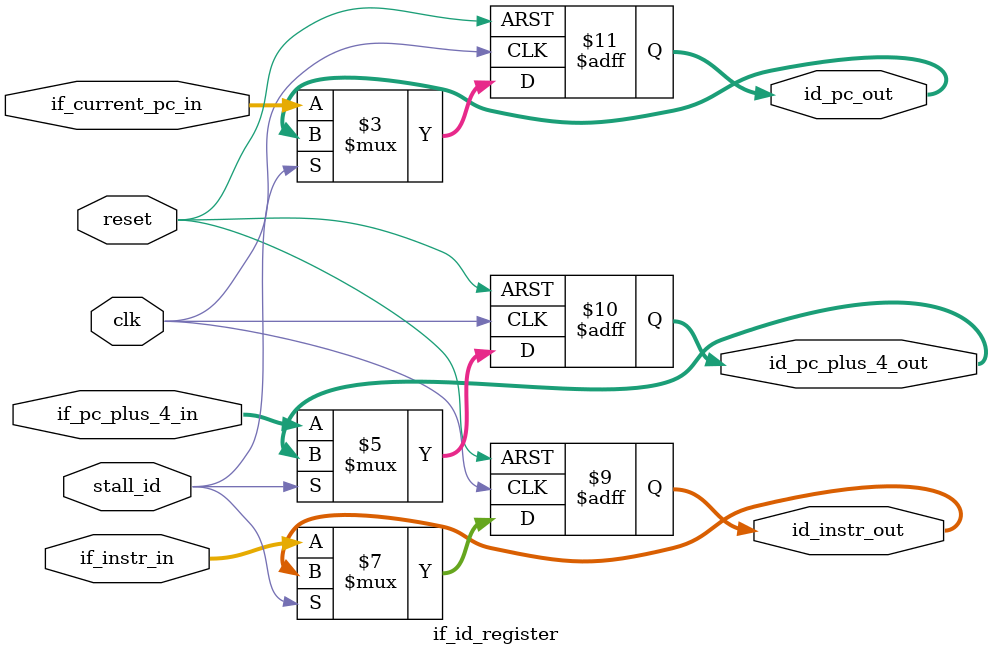
<source format=v>
module if_id_register (
    input wire clk,
    input wire reset,
    input wire stall_id, 

    input wire [31:0] if_instr_in,
    input wire [31:0] if_pc_plus_4_in,
    input wire [31:0] if_current_pc_in,

    output reg [31:0] id_instr_out,
    output reg [31:0] id_pc_plus_4_out,
    output reg [31:0] id_pc_out
);

always @(posedge clk or posedge reset) begin
    if (reset) begin
        id_instr_out <= 32'b0;
        id_pc_plus_4_out <= 32'b0;
        id_pc_out <= 32'b0;
    end else if (~stall_id) begin // <--- ADDED: Only update if not stalled
        id_instr_out <= if_instr_in;
        id_pc_plus_4_out <= if_pc_plus_4_in;
        id_pc_out <= if_current_pc_in;
    end
end

endmodule
</source>
